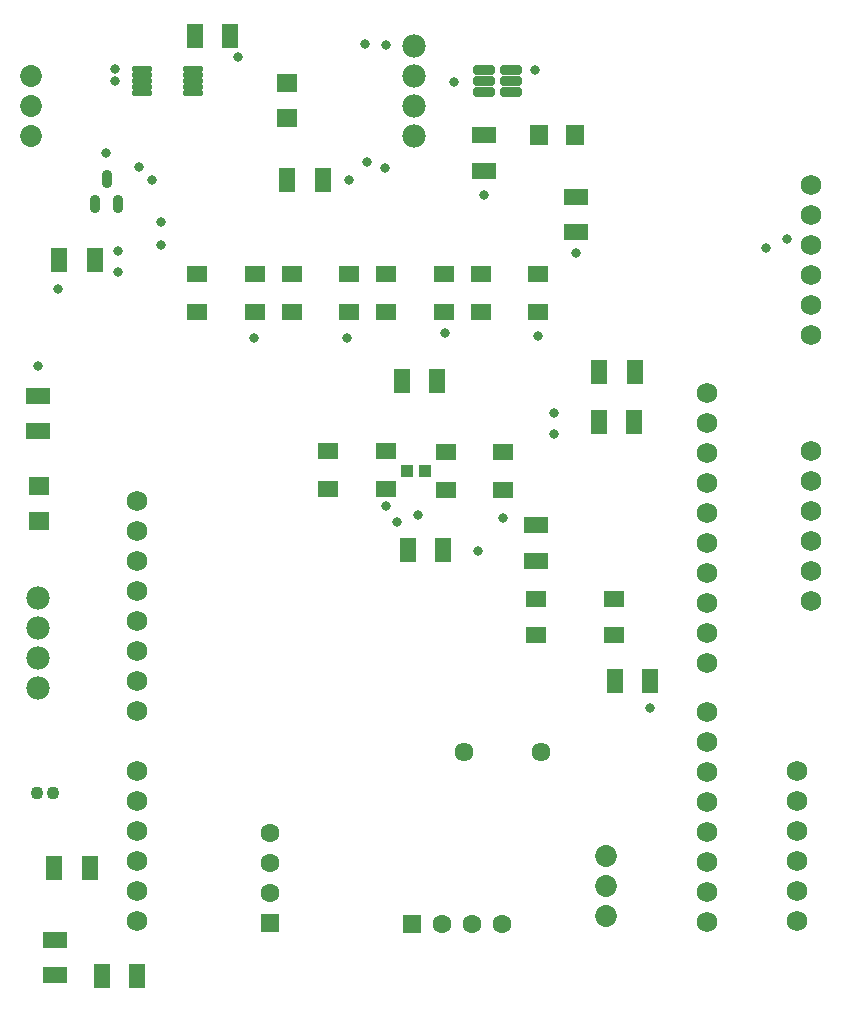
<source format=gts>
G04*
G04 #@! TF.GenerationSoftware,Altium Limited,Altium Designer,22.3.1 (43)*
G04*
G04 Layer_Color=8388736*
%FSLAX25Y25*%
%MOIN*%
G70*
G04*
G04 #@! TF.SameCoordinates,7998B177-6A3A-43FF-968B-635B49023C71*
G04*
G04*
G04 #@! TF.FilePolarity,Negative*
G04*
G01*
G75*
%ADD25R,0.07000X0.05550*%
G04:AMPARAMS|DCode=26|XSize=56.82mil|YSize=31.23mil|CornerRadius=9.81mil|HoleSize=0mil|Usage=FLASHONLY|Rotation=90.000|XOffset=0mil|YOffset=0mil|HoleType=Round|Shape=RoundedRectangle|*
%AMROUNDEDRECTD26*
21,1,0.05682,0.01161,0,0,90.0*
21,1,0.03720,0.03123,0,0,90.0*
1,1,0.01961,0.00581,0.01860*
1,1,0.01961,0.00581,-0.01860*
1,1,0.01961,-0.00581,-0.01860*
1,1,0.01961,-0.00581,0.01860*
%
%ADD26ROUNDEDRECTD26*%
%ADD27R,0.05200X0.07900*%
%ADD28R,0.03950X0.03950*%
%ADD29R,0.06706X0.05524*%
%ADD30R,0.07900X0.05200*%
%ADD31R,0.07100X0.06300*%
%ADD32R,0.06300X0.07100*%
G04:AMPARAMS|DCode=33|XSize=65.87mil|YSize=19.02mil|CornerRadius=5.38mil|HoleSize=0mil|Usage=FLASHONLY|Rotation=0.000|XOffset=0mil|YOffset=0mil|HoleType=Round|Shape=RoundedRectangle|*
%AMROUNDEDRECTD33*
21,1,0.06587,0.00827,0,0,0.0*
21,1,0.05512,0.01902,0,0,0.0*
1,1,0.01076,0.02756,-0.00413*
1,1,0.01076,-0.02756,-0.00413*
1,1,0.01076,-0.02756,0.00413*
1,1,0.01076,0.02756,0.00413*
%
%ADD33ROUNDEDRECTD33*%
G04:AMPARAMS|DCode=34|XSize=71.39mil|YSize=31.23mil|CornerRadius=6.9mil|HoleSize=0mil|Usage=FLASHONLY|Rotation=0.000|XOffset=0mil|YOffset=0mil|HoleType=Round|Shape=RoundedRectangle|*
%AMROUNDEDRECTD34*
21,1,0.07139,0.01742,0,0,0.0*
21,1,0.05758,0.03123,0,0,0.0*
1,1,0.01381,0.02879,-0.00871*
1,1,0.01381,-0.02879,-0.00871*
1,1,0.01381,-0.02879,0.00871*
1,1,0.01381,0.02879,0.00871*
%
%ADD34ROUNDEDRECTD34*%
%ADD35C,0.06800*%
%ADD36C,0.07800*%
%ADD37R,0.06304X0.06304*%
%ADD38C,0.06304*%
%ADD39C,0.06343*%
%ADD40C,0.07296*%
%ADD41C,0.04343*%
%ADD42R,0.06304X0.06304*%
%ADD43C,0.03300*%
D25*
X172000Y196450D02*
D03*
X152800D02*
D03*
X172000Y183750D02*
D03*
X152800D02*
D03*
X132700Y196700D02*
D03*
X113500D02*
D03*
X132700Y184000D02*
D03*
X113500D02*
D03*
X183600Y255850D02*
D03*
X164400D02*
D03*
X183600Y243150D02*
D03*
X164400D02*
D03*
X152100Y255850D02*
D03*
X132900D02*
D03*
X152100Y243150D02*
D03*
X132900D02*
D03*
X120600Y255850D02*
D03*
X101400D02*
D03*
X120600Y243150D02*
D03*
X101400D02*
D03*
X89200Y255750D02*
D03*
X70000D02*
D03*
X89200Y243050D02*
D03*
X70000D02*
D03*
D26*
X39700Y287355D02*
D03*
X43440Y279047D02*
D03*
X35960D02*
D03*
D27*
X150000Y220000D02*
D03*
X138200D02*
D03*
X24000Y260300D02*
D03*
X35800D02*
D03*
X140100Y163700D02*
D03*
X151900D02*
D03*
X80900Y335000D02*
D03*
X69100D02*
D03*
X215600Y206300D02*
D03*
X203800D02*
D03*
X221000Y120200D02*
D03*
X209200D02*
D03*
X38100Y21700D02*
D03*
X49900D02*
D03*
X100000Y286900D02*
D03*
X111800D02*
D03*
X34100Y57600D02*
D03*
X22300D02*
D03*
X203900Y222900D02*
D03*
X215700D02*
D03*
D28*
X145905Y190000D02*
D03*
X140000D02*
D03*
D29*
X183008Y135494D02*
D03*
X208992Y147306D02*
D03*
Y135494D02*
D03*
X183008Y147306D02*
D03*
D30*
X16900Y215200D02*
D03*
Y203400D02*
D03*
X196300Y281500D02*
D03*
Y269700D02*
D03*
X165600Y302000D02*
D03*
Y290200D02*
D03*
X182900Y172000D02*
D03*
Y160200D02*
D03*
X22400Y21900D02*
D03*
Y33700D02*
D03*
D31*
X17100Y173300D02*
D03*
Y185100D02*
D03*
X99700Y319500D02*
D03*
Y307700D02*
D03*
D32*
X183900Y302000D02*
D03*
X195700D02*
D03*
D33*
X51535Y323937D02*
D03*
Y321969D02*
D03*
Y320000D02*
D03*
Y318032D02*
D03*
Y316063D02*
D03*
X68465D02*
D03*
Y318032D02*
D03*
Y320000D02*
D03*
Y321969D02*
D03*
Y323937D02*
D03*
D34*
X165492Y323740D02*
D03*
Y320000D02*
D03*
Y316260D02*
D03*
X174508D02*
D03*
Y320000D02*
D03*
Y323740D02*
D03*
D35*
X274400Y146800D02*
D03*
Y156800D02*
D03*
Y166800D02*
D03*
Y176800D02*
D03*
Y186800D02*
D03*
Y196800D02*
D03*
Y285300D02*
D03*
Y275300D02*
D03*
Y265300D02*
D03*
Y255300D02*
D03*
Y245300D02*
D03*
Y235300D02*
D03*
X270000Y90000D02*
D03*
Y80000D02*
D03*
Y70000D02*
D03*
Y60000D02*
D03*
Y50000D02*
D03*
Y40000D02*
D03*
X239912Y39869D02*
D03*
Y49869D02*
D03*
Y59869D02*
D03*
Y69868D02*
D03*
Y79869D02*
D03*
Y89868D02*
D03*
Y99869D02*
D03*
Y109869D02*
D03*
X240000Y216000D02*
D03*
Y206000D02*
D03*
Y196000D02*
D03*
Y186000D02*
D03*
Y176000D02*
D03*
Y166000D02*
D03*
Y156000D02*
D03*
Y146000D02*
D03*
Y136000D02*
D03*
Y126000D02*
D03*
X50000Y40000D02*
D03*
Y50000D02*
D03*
Y60000D02*
D03*
Y70000D02*
D03*
Y80000D02*
D03*
Y90000D02*
D03*
Y110000D02*
D03*
Y120000D02*
D03*
Y130000D02*
D03*
Y140000D02*
D03*
Y150000D02*
D03*
Y160000D02*
D03*
Y170000D02*
D03*
Y180000D02*
D03*
D36*
X142200Y311800D02*
D03*
Y301800D02*
D03*
Y331800D02*
D03*
Y321800D02*
D03*
X17000Y127700D02*
D03*
Y117700D02*
D03*
Y147700D02*
D03*
Y137700D02*
D03*
D37*
X94200Y39400D02*
D03*
D38*
Y49400D02*
D03*
Y59400D02*
D03*
Y69400D02*
D03*
X151500Y39000D02*
D03*
X161500D02*
D03*
X171500D02*
D03*
D39*
X184491Y96300D02*
D03*
X158900D02*
D03*
D40*
X206300Y61600D02*
D03*
Y51600D02*
D03*
Y41600D02*
D03*
X14500Y321700D02*
D03*
Y311700D02*
D03*
Y301700D02*
D03*
D41*
X21856Y82872D02*
D03*
X16344D02*
D03*
D42*
X141500Y39000D02*
D03*
D43*
X163500Y163500D02*
D03*
X42500Y320000D02*
D03*
X58000Y265500D02*
D03*
Y273000D02*
D03*
X55000Y287000D02*
D03*
X50500Y291500D02*
D03*
X43500Y256500D02*
D03*
Y263550D02*
D03*
X126000Y332500D02*
D03*
X133000Y332000D02*
D03*
X83500Y328000D02*
D03*
X132500Y291000D02*
D03*
X126450Y293150D02*
D03*
X136500Y173000D02*
D03*
X189000Y202500D02*
D03*
Y209550D02*
D03*
X266500Y267500D02*
D03*
X259500Y264500D02*
D03*
X183500Y235000D02*
D03*
X152500Y236000D02*
D03*
X120000Y234500D02*
D03*
X89000D02*
D03*
X165400Y282200D02*
D03*
X182500Y323800D02*
D03*
X155400Y319800D02*
D03*
X120600Y287000D02*
D03*
X39600Y296000D02*
D03*
X42500Y324000D02*
D03*
X23600Y250800D02*
D03*
X16800Y225200D02*
D03*
X196300Y262600D02*
D03*
X220800Y111100D02*
D03*
X143500Y175300D02*
D03*
X132700Y178300D02*
D03*
X171900Y174400D02*
D03*
M02*

</source>
